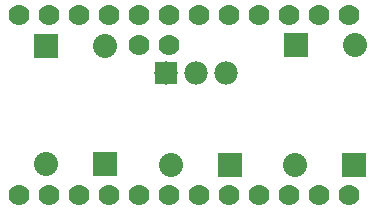
<source format=gtl>
G04 MADE WITH FRITZING*
G04 WWW.FRITZING.ORG*
G04 DOUBLE SIDED*
G04 HOLES PLATED*
G04 CONTOUR ON CENTER OF CONTOUR VECTOR*
%ASAXBY*%
%FSLAX23Y23*%
%MOIN*%
%OFA0B0*%
%SFA1.0B1.0*%
%ADD10C,0.070000*%
%ADD11C,0.080000*%
%ADD12C,0.078000*%
%ADD13R,0.080000X0.080000*%
%ADD14R,0.078000X0.078000*%
%LNCOPPER1*%
G90*
G70*
G54D10*
X394Y653D03*
X594Y53D03*
X1194Y653D03*
X994Y53D03*
X194Y53D03*
X794Y653D03*
X1194Y53D03*
X794Y53D03*
X394Y53D03*
X594Y553D03*
X994Y653D03*
X594Y653D03*
X194Y653D03*
X1094Y53D03*
X894Y53D03*
X694Y53D03*
X494Y53D03*
X294Y53D03*
X94Y53D03*
X494Y553D03*
X1094Y653D03*
X894Y653D03*
X694Y653D03*
X494Y653D03*
X294Y653D03*
X94Y653D03*
G54D11*
X1017Y555D03*
X1214Y555D03*
X379Y157D03*
X182Y157D03*
X181Y551D03*
X378Y551D03*
X1210Y153D03*
X1013Y153D03*
G54D12*
X584Y462D03*
X684Y462D03*
X784Y462D03*
G54D11*
X795Y155D03*
X599Y155D03*
G54D13*
X1017Y555D03*
X379Y157D03*
X181Y551D03*
X1210Y153D03*
G54D14*
X584Y462D03*
G54D13*
X795Y155D03*
G04 End of Copper1*
M02*
</source>
